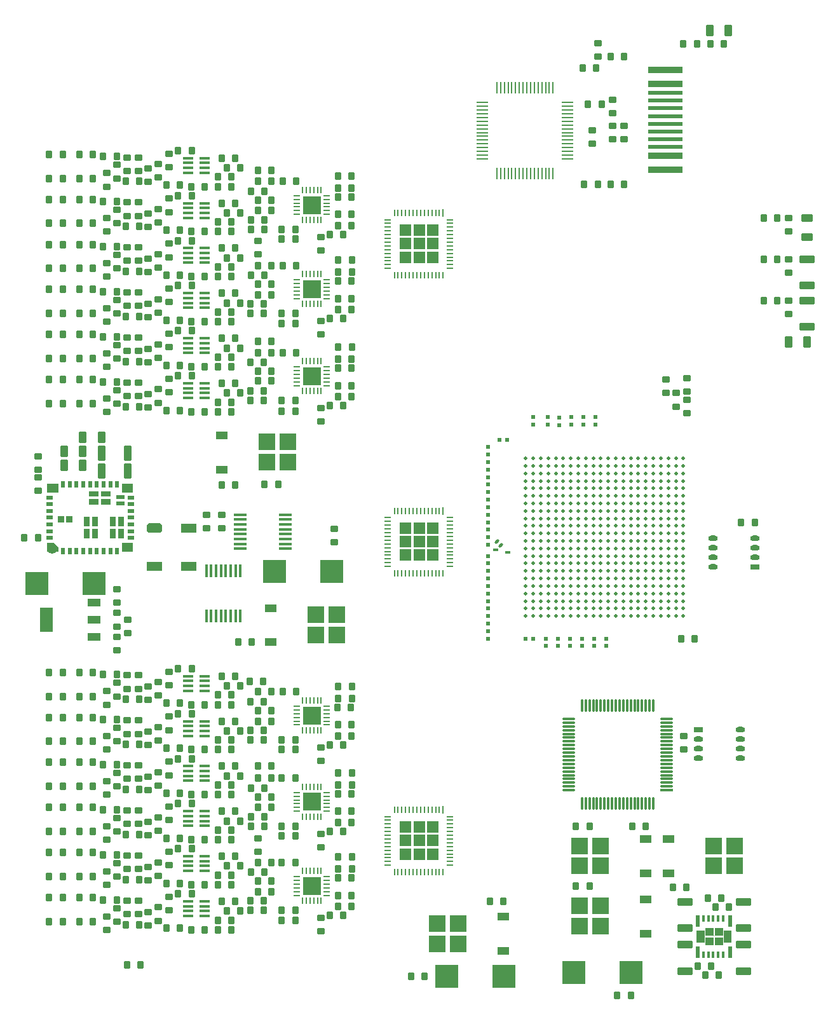
<source format=gtp>
%FSAX43Y43*%
%MOMM*%
G71*
G01*
G75*
G04 Layer_Color=8421504*
%ADD10C,0.200*%
%ADD11C,0.254*%
%ADD12R,1.600X1.000*%
%ADD13R,5.700X5.500*%
%ADD14R,3.050X2.040*%
%ADD15R,1.240X1.400*%
%ADD16R,2.200X3.100*%
%ADD17R,2.250X2.300*%
%ADD18R,0.950X0.600*%
%ADD19R,1.700X1.600*%
%ADD20R,0.600X0.950*%
%ADD21C,1.400*%
G04:AMPARAMS|DCode=22|XSize=0.8mm|YSize=1mm|CornerRadius=0.08mm|HoleSize=0mm|Usage=FLASHONLY|Rotation=0.000|XOffset=0mm|YOffset=0mm|HoleType=Round|Shape=RoundedRectangle|*
%AMROUNDEDRECTD22*
21,1,0.800,0.840,0,0,0.0*
21,1,0.640,1.000,0,0,0.0*
1,1,0.160,0.320,-0.420*
1,1,0.160,-0.320,-0.420*
1,1,0.160,-0.320,0.420*
1,1,0.160,0.320,0.420*
%
%ADD22ROUNDEDRECTD22*%
G04:AMPARAMS|DCode=23|XSize=1mm|YSize=2mm|CornerRadius=0.1mm|HoleSize=0mm|Usage=FLASHONLY|Rotation=0.000|XOffset=0mm|YOffset=0mm|HoleType=Round|Shape=RoundedRectangle|*
%AMROUNDEDRECTD23*
21,1,1.000,1.800,0,0,0.0*
21,1,0.800,2.000,0,0,0.0*
1,1,0.200,0.400,-0.900*
1,1,0.200,-0.400,-0.900*
1,1,0.200,-0.400,0.900*
1,1,0.200,0.400,0.900*
%
%ADD23ROUNDEDRECTD23*%
G04:AMPARAMS|DCode=24|XSize=1mm|YSize=1.5mm|CornerRadius=0.1mm|HoleSize=0mm|Usage=FLASHONLY|Rotation=180.000|XOffset=0mm|YOffset=0mm|HoleType=Round|Shape=RoundedRectangle|*
%AMROUNDEDRECTD24*
21,1,1.000,1.300,0,0,180.0*
21,1,0.800,1.500,0,0,180.0*
1,1,0.200,-0.400,0.650*
1,1,0.200,0.400,0.650*
1,1,0.200,0.400,-0.650*
1,1,0.200,-0.400,-0.650*
%
%ADD24ROUNDEDRECTD24*%
G04:AMPARAMS|DCode=25|XSize=0.8mm|YSize=1mm|CornerRadius=0.08mm|HoleSize=0mm|Usage=FLASHONLY|Rotation=270.000|XOffset=0mm|YOffset=0mm|HoleType=Round|Shape=RoundedRectangle|*
%AMROUNDEDRECTD25*
21,1,0.800,0.840,0,0,270.0*
21,1,0.640,1.000,0,0,270.0*
1,1,0.160,-0.420,-0.320*
1,1,0.160,-0.420,0.320*
1,1,0.160,0.420,0.320*
1,1,0.160,0.420,-0.320*
%
%ADD25ROUNDEDRECTD25*%
%ADD26R,1.400X0.450*%
%ADD27R,1.400X0.450*%
%ADD28R,1.400X0.450*%
%ADD29R,3.048X3.048*%
%ADD30O,0.250X1.600*%
%ADD31O,1.600X0.250*%
%ADD32R,1.600X0.250*%
%ADD33O,1.270X0.762*%
%ADD34R,1.270X0.762*%
%ADD35R,0.500X0.600*%
%ADD36O,0.250X0.900*%
%ADD37O,0.900X0.250*%
%ADD38R,0.900X0.250*%
%ADD39R,2.340X2.340*%
%ADD40R,4.600X0.810*%
%ADD41R,4.600X0.610*%
%ADD42R,0.600X0.500*%
%ADD43C,0.500*%
%ADD44R,1.778X0.381*%
%ADD45O,1.778X0.381*%
%ADD46R,2.108X1.270*%
G04:AMPARAMS|DCode=47|XSize=2.108mm|YSize=1.27mm|CornerRadius=0mm|HoleSize=0mm|Usage=FLASHONLY|Rotation=0.000|XOffset=0mm|YOffset=0mm|HoleType=Round|Shape=Octagon|*
%AMOCTAGOND47*
4,1,8,1.054,-0.318,1.054,0.318,0.737,0.635,-0.737,0.635,-1.054,0.318,-1.054,-0.318,-0.737,-0.635,0.737,-0.635,1.054,-0.318,0.0*
%
%ADD47OCTAGOND47*%

%ADD48R,0.381X1.778*%
%ADD49O,0.381X1.778*%
%ADD50O,1.000X0.250*%
%ADD51O,0.250X1.000*%
%ADD52R,0.250X1.000*%
%ADD53O,0.300X1.800*%
%ADD54O,1.800X0.300*%
%ADD55R,1.800X0.300*%
G04:AMPARAMS|DCode=56|XSize=1mm|YSize=1.5mm|CornerRadius=0.1mm|HoleSize=0mm|Usage=FLASHONLY|Rotation=90.000|XOffset=0mm|YOffset=0mm|HoleType=Round|Shape=RoundedRectangle|*
%AMROUNDEDRECTD56*
21,1,1.000,1.300,0,0,90.0*
21,1,0.800,1.500,0,0,90.0*
1,1,0.200,0.650,0.400*
1,1,0.200,0.650,-0.400*
1,1,0.200,-0.650,-0.400*
1,1,0.200,-0.650,0.400*
%
%ADD56ROUNDEDRECTD56*%
G04:AMPARAMS|DCode=57|XSize=1mm|YSize=2mm|CornerRadius=0.1mm|HoleSize=0mm|Usage=FLASHONLY|Rotation=90.000|XOffset=0mm|YOffset=0mm|HoleType=Round|Shape=RoundedRectangle|*
%AMROUNDEDRECTD57*
21,1,1.000,1.800,0,0,90.0*
21,1,0.800,2.000,0,0,90.0*
1,1,0.200,0.900,0.400*
1,1,0.200,0.900,-0.400*
1,1,0.200,-0.900,-0.400*
1,1,0.200,-0.900,0.400*
%
%ADD57ROUNDEDRECTD57*%
%ADD58R,1.778X1.016*%
%ADD59R,1.778X3.302*%
%ADD60R,0.508X1.600*%
%ADD61R,0.356X0.914*%
%ADD62R,2.540X2.540*%
G04:AMPARAMS|DCode=63|XSize=0.4mm|YSize=0.7mm|CornerRadius=0mm|HoleSize=0mm|Usage=FLASHONLY|Rotation=135.000|XOffset=0mm|YOffset=0mm|HoleType=Round|Shape=Round|*
%AMOVALD63*
21,1,0.300,0.400,0.000,0.000,225.0*
1,1,0.400,0.106,0.106*
1,1,0.400,-0.106,-0.106*
%
%ADD63OVALD63*%

%ADD64O,0.700X0.400*%
%ADD65C,0.175*%
%ADD66C,0.800*%
%ADD67C,0.400*%
%ADD68C,0.500*%
%ADD69C,0.150*%
%ADD70C,0.508*%
%ADD71C,0.600*%
%ADD72C,0.300*%
%ADD73R,1.500X5.900*%
%ADD74R,0.500X3.200*%
%ADD75R,3.800X2.200*%
%ADD76R,3.700X2.200*%
%ADD77R,4.000X3.700*%
%ADD78R,3.500X3.000*%
%ADD79R,3.500X5.300*%
%ADD80R,4.200X3.000*%
%ADD81R,4.000X3.000*%
%ADD82R,1.900X1.900*%
%ADD83R,2.700X6.800*%
%ADD84R,1.500X1.400*%
%ADD85R,1.400X1.400*%
%ADD86R,2.500X2.200*%
%ADD87R,2.300X11.700*%
%ADD88R,1.200X5.400*%
%ADD89R,1.500X2.400*%
%ADD90R,2.700X2.800*%
%ADD91R,6.100X6.100*%
%ADD92R,3.400X2.300*%
%ADD93C,1.690*%
%ADD94C,4.500*%
%ADD95C,3.800*%
%ADD96R,1.600X1.600*%
%ADD97C,1.600*%
%ADD98C,3.000*%
%ADD99C,1.575*%
%ADD100R,1.575X1.575*%
%ADD101C,1.800*%
%ADD102R,1.850X1.850*%
%ADD103C,1.850*%
%ADD104R,1.850X1.850*%
%ADD105C,1.500*%
%ADD106C,0.300*%
%ADD107C,0.700*%
%ADD108C,0.800*%
%ADD109C,1.000*%
%ADD110C,1.200*%
%ADD111C,5.000*%
%ADD112C,0.600*%
%ADD113C,1.016*%
%ADD114C,0.705*%
G04:AMPARAMS|DCode=115|XSize=2.29mm|YSize=2.29mm|CornerRadius=0mm|HoleSize=0mm|Usage=FLASHONLY|Rotation=0.000|XOffset=0mm|YOffset=0mm|HoleType=Round|Shape=Relief|Width=0.175mm|Gap=0.3mm|Entries=4|*
%AMTHD115*
7,0,0,2.290,1.690,0.175,45*
%
%ADD115THD115*%
%ADD116C,1.490*%
G04:AMPARAMS|DCode=117|XSize=4.4mm|YSize=4.4mm|CornerRadius=0mm|HoleSize=0mm|Usage=FLASHONLY|Rotation=0.000|XOffset=0mm|YOffset=0mm|HoleType=Round|Shape=Relief|Width=0.175mm|Gap=0.3mm|Entries=4|*
%AMTHD117*
7,0,0,4.400,3.800,0.175,45*
%
%ADD117THD117*%
G04:AMPARAMS|DCode=118|XSize=4.44mm|YSize=4.44mm|CornerRadius=0mm|HoleSize=0mm|Usage=FLASHONLY|Rotation=0.000|XOffset=0mm|YOffset=0mm|HoleType=Round|Shape=Relief|Width=0.175mm|Gap=0.3mm|Entries=4|*
%AMTHD118*
7,0,0,4.440,3.840,0.175,45*
%
%ADD118THD118*%
G04:AMPARAMS|DCode=119|XSize=3.5mm|YSize=3.5mm|CornerRadius=0mm|HoleSize=0mm|Usage=FLASHONLY|Rotation=0.000|XOffset=0mm|YOffset=0mm|HoleType=Round|Shape=Relief|Width=0.175mm|Gap=0.3mm|Entries=4|*
%AMTHD119*
7,0,0,3.500,2.900,0.175,45*
%
%ADD119THD119*%
%ADD120C,1.320*%
%ADD121C,3.400*%
G04:AMPARAMS|DCode=122|XSize=2.216mm|YSize=2.216mm|CornerRadius=0mm|HoleSize=0mm|Usage=FLASHONLY|Rotation=0.000|XOffset=0mm|YOffset=0mm|HoleType=Round|Shape=Relief|Width=0.175mm|Gap=0.3mm|Entries=4|*
%AMTHD122*
7,0,0,2.216,1.616,0.175,45*
%
%ADD122THD122*%
%ADD123C,1.416*%
G04:AMPARAMS|DCode=124|XSize=2.12mm|YSize=2.12mm|CornerRadius=0mm|HoleSize=0mm|Usage=FLASHONLY|Rotation=0.000|XOffset=0mm|YOffset=0mm|HoleType=Round|Shape=Relief|Width=0.175mm|Gap=0.3mm|Entries=4|*
%AMTHD124*
7,0,0,2.120,1.520,0.175,45*
%
%ADD124THD124*%
G04:AMPARAMS|DCode=125|XSize=2.2mm|YSize=2.2mm|CornerRadius=0mm|HoleSize=0mm|Usage=FLASHONLY|Rotation=0.000|XOffset=0mm|YOffset=0mm|HoleType=Round|Shape=Relief|Width=0.175mm|Gap=0.3mm|Entries=4|*
%AMTHD125*
7,0,0,2.200,1.600,0.175,45*
%
%ADD125THD125*%
G04:AMPARAMS|DCode=126|XSize=2.3mm|YSize=2.3mm|CornerRadius=0mm|HoleSize=0mm|Usage=FLASHONLY|Rotation=0.000|XOffset=0mm|YOffset=0mm|HoleType=Round|Shape=Relief|Width=0.175mm|Gap=0.3mm|Entries=4|*
%AMTHD126*
7,0,0,2.300,1.700,0.175,45*
%
%ADD126THD126*%
%ADD127C,0.520*%
G04:AMPARAMS|DCode=128|XSize=1.6mm|YSize=1.6mm|CornerRadius=0mm|HoleSize=0mm|Usage=FLASHONLY|Rotation=0.000|XOffset=0mm|YOffset=0mm|HoleType=Round|Shape=Relief|Width=0.175mm|Gap=0.3mm|Entries=4|*
%AMTHD128*
7,0,0,1.600,1.000,0.175,45*
%
%ADD128THD128*%
%ADD129C,0.800*%
G04:AMPARAMS|DCode=130|XSize=1.7mm|YSize=1.7mm|CornerRadius=0mm|HoleSize=0mm|Usage=FLASHONLY|Rotation=0.000|XOffset=0mm|YOffset=0mm|HoleType=Round|Shape=Relief|Width=0.175mm|Gap=0.3mm|Entries=4|*
%AMTHD130*
7,0,0,1.700,1.100,0.175,45*
%
%ADD130THD130*%
G04:AMPARAMS|DCode=131|XSize=1.9mm|YSize=1.9mm|CornerRadius=0mm|HoleSize=0mm|Usage=FLASHONLY|Rotation=0.000|XOffset=0mm|YOffset=0mm|HoleType=Round|Shape=Relief|Width=0.175mm|Gap=0.3mm|Entries=4|*
%AMTHD131*
7,0,0,1.900,1.300,0.175,45*
%
%ADD131THD131*%
G04:AMPARAMS|DCode=132|XSize=1.32mm|YSize=1.32mm|CornerRadius=0mm|HoleSize=0mm|Usage=FLASHONLY|Rotation=0.000|XOffset=0mm|YOffset=0mm|HoleType=Round|Shape=Relief|Width=0.175mm|Gap=0.3mm|Entries=4|*
%AMTHD132*
7,0,0,1.320,0.720,0.175,45*
%
%ADD132THD132*%
%ADD133C,0.700*%
%ADD134C,1.100*%
%ADD135C,1.000*%
%ADD136C,0.900*%
G04:AMPARAMS|DCode=137|XSize=1.5mm|YSize=1.5mm|CornerRadius=0mm|HoleSize=0mm|Usage=FLASHONLY|Rotation=0.000|XOffset=0mm|YOffset=0mm|HoleType=Round|Shape=Relief|Width=0.175mm|Gap=0.3mm|Entries=4|*
%AMTHD137*
7,0,0,1.500,0.900,0.175,45*
%
%ADD137THD137*%
G04:AMPARAMS|DCode=138|XSize=2.4mm|YSize=2.4mm|CornerRadius=0mm|HoleSize=0mm|Usage=FLASHONLY|Rotation=0.000|XOffset=0mm|YOffset=0mm|HoleType=Round|Shape=Relief|Width=0.175mm|Gap=0.3mm|Entries=4|*
%AMTHD138*
7,0,0,2.400,1.800,0.175,45*
%
%ADD138THD138*%
%ADD139C,0.120*%
%ADD140C,3.600*%
%ADD141C,3.640*%
%ADD142C,2.700*%
%ADD143R,0.550X1.450*%
%ADD144R,0.550X1.450*%
G04:AMPARAMS|DCode=145|XSize=0.5mm|YSize=0.6mm|CornerRadius=0mm|HoleSize=0mm|Usage=FLASHONLY|Rotation=135.000|XOffset=0mm|YOffset=0mm|HoleType=Round|Shape=Rectangle|*
%AMROTATEDRECTD145*
4,1,4,0.389,0.035,-0.035,-0.389,-0.389,-0.035,0.035,0.389,0.389,0.035,0.0*
%
%ADD145ROTATEDRECTD145*%

G04:AMPARAMS|DCode=146|XSize=0.5mm|YSize=0.6mm|CornerRadius=0mm|HoleSize=0mm|Usage=FLASHONLY|Rotation=225.000|XOffset=0mm|YOffset=0mm|HoleType=Round|Shape=Rectangle|*
%AMROTATEDRECTD146*
4,1,4,-0.035,0.389,0.389,-0.035,0.035,-0.389,-0.389,0.035,-0.035,0.389,0.0*
%
%ADD146ROTATEDRECTD146*%

%ADD147C,0.350*%
%ADD148R,1.450X0.550*%
%ADD149R,1.450X0.550*%
%ADD150R,3.048X3.048*%
%ADD151R,3.100X2.500*%
%ADD152C,0.250*%
%ADD153C,0.127*%
%ADD154C,0.203*%
%ADD155C,0.100*%
%ADD156C,0.305*%
%ADD157C,0.152*%
%ADD158C,0.102*%
%ADD159R,2.200X2.200*%
%ADD160R,0.900X0.550*%
%ADD161R,0.550X0.900*%
%ADD162R,0.025X0.025*%
G36*
X0073510Y0122870D02*
X0072710D01*
Y0124150D01*
X0073510D01*
Y0122870D01*
D02*
G37*
G36*
X0072410D02*
X0071610D01*
Y0124150D01*
X0072410D01*
Y0122870D01*
D02*
G37*
G36*
X0078150Y0121035D02*
X0076678D01*
Y0122275D01*
X0078150D01*
Y0121035D01*
D02*
G37*
G36*
X0072410Y0124450D02*
X0071610D01*
Y0125730D01*
X0072410D01*
Y0124450D01*
D02*
G37*
G36*
X0076990Y0122870D02*
X0076190D01*
Y0124150D01*
X0076990D01*
Y0122870D01*
D02*
G37*
G36*
X0075890D02*
X0075090D01*
Y0124150D01*
X0075890D01*
Y0122870D01*
D02*
G37*
G36*
X0068222Y0121685D02*
Y0121035D01*
X0066750D01*
Y0122275D01*
X0067632D01*
X0068222Y0121685D01*
D02*
G37*
G36*
X0154330Y0069025D02*
X0153289D01*
Y0070575D01*
X0154330D01*
Y0069025D01*
D02*
G37*
G36*
X0156770Y0068630D02*
X0155700D01*
Y0069700D01*
X0156770D01*
Y0068630D01*
D02*
G37*
G36*
X0155500D02*
X0154430D01*
Y0069700D01*
X0155500D01*
Y0068630D01*
D02*
G37*
G36*
X0156770Y0069900D02*
X0155700D01*
Y0070970D01*
X0156770D01*
Y0069900D01*
D02*
G37*
G36*
X0155500D02*
X0154430D01*
Y0070970D01*
X0155500D01*
Y0069900D01*
D02*
G37*
G36*
X0157911Y0069025D02*
X0156870D01*
Y0070575D01*
X0157911D01*
Y0069025D01*
D02*
G37*
G36*
X0073620Y0128400D02*
X0072340D01*
Y0129130D01*
X0073620D01*
Y0128400D01*
D02*
G37*
G36*
X0077030Y0128080D02*
X0075990D01*
Y0128580D01*
X0077030D01*
Y0128080D01*
D02*
G37*
G36*
X0075200Y0127370D02*
X0073920D01*
Y0128100D01*
X0075200D01*
Y0127370D01*
D02*
G37*
G36*
X0078150Y0128925D02*
X0076678D01*
Y0130165D01*
X0078150D01*
Y0128925D01*
D02*
G37*
G36*
X0068222D02*
X0066750D01*
Y0130165D01*
X0068222D01*
Y0128925D01*
D02*
G37*
G36*
X0075200Y0128400D02*
X0073920D01*
Y0129130D01*
X0075200D01*
Y0128400D01*
D02*
G37*
G36*
X0073620Y0127370D02*
X0072340D01*
Y0128100D01*
X0073620D01*
Y0127370D01*
D02*
G37*
G36*
X0076990Y0124450D02*
X0076190D01*
Y0125730D01*
X0076990D01*
Y0124450D01*
D02*
G37*
G36*
X0075890D02*
X0075090D01*
Y0125730D01*
X0075890D01*
Y0124450D01*
D02*
G37*
G36*
X0073510D02*
X0072710D01*
Y0125730D01*
X0073510D01*
Y0124450D01*
D02*
G37*
G36*
X0077030Y0127280D02*
X0075990D01*
Y0127780D01*
X0077030D01*
Y0127280D01*
D02*
G37*
G36*
X0070150Y0124955D02*
X0069300D01*
Y0125805D01*
X0070150D01*
Y0124955D01*
D02*
G37*
G36*
X0069000D02*
X0068150D01*
Y0125805D01*
X0069000D01*
Y0124955D01*
D02*
G37*
G54D12*
X0096500Y0113570D02*
D03*
Y0109000D02*
D03*
X0127500Y0067930D02*
D03*
X0127500Y0072500D02*
D03*
X0149500Y0082800D02*
D03*
Y0078230D02*
D03*
X0090000Y0136570D02*
D03*
Y0132000D02*
D03*
X0146500Y0070215D02*
D03*
Y0074785D02*
D03*
Y0078215D02*
D03*
Y0082785D02*
D03*
G54D21*
X0067400Y0121500D02*
D03*
G54D22*
X0063700Y0122900D02*
D03*
X0065500D02*
D03*
X0154400Y0064700D02*
D03*
X0156200D02*
D03*
X0153400Y0065900D02*
D03*
X0155200D02*
D03*
X0141800Y0170000D02*
D03*
X0143600D02*
D03*
X0098000Y0073300D02*
D03*
X0099800D02*
D03*
X0096600Y0075800D02*
D03*
X0094800D02*
D03*
X0094800Y0077200D02*
D03*
X0096600D02*
D03*
X0099800Y0079700D02*
D03*
X0098000D02*
D03*
X0098000Y0084500D02*
D03*
X0099800D02*
D03*
X0096600Y0087000D02*
D03*
X0094800D02*
D03*
X0094800Y0088400D02*
D03*
X0096600D02*
D03*
X0099800Y0090900D02*
D03*
X0098000D02*
D03*
X0099800Y0072000D02*
D03*
X0098000D02*
D03*
X0093800Y0074600D02*
D03*
X0095600D02*
D03*
X0093900Y0078400D02*
D03*
X0095700D02*
D03*
X0094800Y0079700D02*
D03*
X0096600D02*
D03*
X0099800Y0083200D02*
D03*
X0098000D02*
D03*
X0093900Y0085800D02*
D03*
X0095700D02*
D03*
X0093900Y0089600D02*
D03*
X0095700D02*
D03*
X0094800Y0090900D02*
D03*
X0096600D02*
D03*
X0095600Y0073300D02*
D03*
X0093800D02*
D03*
X0095700Y0084500D02*
D03*
X0093900D02*
D03*
X0096600Y0092500D02*
D03*
X0094800D02*
D03*
X0098000Y0096000D02*
D03*
X0099800D02*
D03*
X0096600Y0098500D02*
D03*
X0094800D02*
D03*
X0094800Y0099900D02*
D03*
X0096600D02*
D03*
X0099900Y0102400D02*
D03*
X0098100D02*
D03*
X0098000Y0141200D02*
D03*
X0099800D02*
D03*
X0096600Y0143800D02*
D03*
X0094800D02*
D03*
X0094800Y0145100D02*
D03*
X0096600D02*
D03*
X0099900Y0147600D02*
D03*
X0098100D02*
D03*
X0099800Y0094700D02*
D03*
X0098000D02*
D03*
X0093800Y0097300D02*
D03*
X0095600D02*
D03*
X0093800Y0101100D02*
D03*
X0095600D02*
D03*
X0094800Y0102400D02*
D03*
X0096600D02*
D03*
X0099800Y0139800D02*
D03*
X0098000D02*
D03*
X0093800Y0142500D02*
D03*
X0095600D02*
D03*
X0093800Y0146300D02*
D03*
X0095600D02*
D03*
X0094800Y0147600D02*
D03*
X0096600D02*
D03*
X0095600Y0096000D02*
D03*
X0093800D02*
D03*
X0095500Y0103800D02*
D03*
X0093700D02*
D03*
X0095600Y0141200D02*
D03*
X0093800D02*
D03*
X0096600Y0149100D02*
D03*
X0094800D02*
D03*
X0090700Y0073200D02*
D03*
X0092500D02*
D03*
X0091300Y0072000D02*
D03*
X0089500D02*
D03*
X0085900Y0070700D02*
D03*
X0087700D02*
D03*
X0076000Y0074700D02*
D03*
X0074200D02*
D03*
X0072800Y0075000D02*
D03*
X0071000D02*
D03*
X0072800Y0071800D02*
D03*
X0071000D02*
D03*
X0090700Y0079200D02*
D03*
X0092500D02*
D03*
X0091300Y0078000D02*
D03*
X0089500D02*
D03*
X0085900Y0076700D02*
D03*
X0087700D02*
D03*
X0076000Y0080700D02*
D03*
X0074200D02*
D03*
X0072800Y0081000D02*
D03*
X0071000D02*
D03*
X0072800Y0077800D02*
D03*
X0071000D02*
D03*
X0090700Y0085200D02*
D03*
X0092500D02*
D03*
X0091300Y0084000D02*
D03*
X0089500D02*
D03*
X0085900Y0082700D02*
D03*
X0087700D02*
D03*
X0076000Y0086700D02*
D03*
X0074200D02*
D03*
X0072800Y0087000D02*
D03*
X0071000D02*
D03*
X0072800Y0083800D02*
D03*
X0071000D02*
D03*
X0090700Y0091200D02*
D03*
X0092500D02*
D03*
X0091300Y0090000D02*
D03*
X0089500D02*
D03*
X0085900Y0088700D02*
D03*
X0087700D02*
D03*
X0076000Y0092700D02*
D03*
X0074200D02*
D03*
X0072800Y0093000D02*
D03*
X0071000D02*
D03*
X0072800Y0089800D02*
D03*
X0071000D02*
D03*
X0090700Y0097200D02*
D03*
X0092500D02*
D03*
X0091300Y0096000D02*
D03*
X0089500D02*
D03*
X0085900Y0094700D02*
D03*
X0087700D02*
D03*
X0076000Y0098700D02*
D03*
X0074200D02*
D03*
X0072800Y0099000D02*
D03*
X0071000D02*
D03*
X0072800Y0095800D02*
D03*
X0071000D02*
D03*
X0090700Y0103200D02*
D03*
X0092500D02*
D03*
X0091300Y0102000D02*
D03*
X0089500D02*
D03*
X0085900Y0100700D02*
D03*
X0087700D02*
D03*
X0076000Y0104700D02*
D03*
X0074200D02*
D03*
X0072800Y0105000D02*
D03*
X0071000D02*
D03*
X0072800Y0101800D02*
D03*
X0071000D02*
D03*
X0090700Y0142200D02*
D03*
X0092500D02*
D03*
X0091300Y0141000D02*
D03*
X0089500D02*
D03*
X0085900Y0139700D02*
D03*
X0087700D02*
D03*
X0076000Y0143700D02*
D03*
X0074200D02*
D03*
X0072800Y0144000D02*
D03*
X0071000D02*
D03*
X0072800Y0140800D02*
D03*
X0071000D02*
D03*
X0090700Y0148200D02*
D03*
X0092500D02*
D03*
X0091300Y0147000D02*
D03*
X0089500D02*
D03*
X0085900Y0145700D02*
D03*
X0087700D02*
D03*
X0076000Y0149700D02*
D03*
X0074200D02*
D03*
X0072800Y0150000D02*
D03*
X0071000D02*
D03*
X0072800Y0146800D02*
D03*
X0071000D02*
D03*
X0090700Y0154200D02*
D03*
X0092500D02*
D03*
X0091300Y0153000D02*
D03*
X0089500D02*
D03*
X0085900Y0151700D02*
D03*
X0087700D02*
D03*
X0076000Y0155700D02*
D03*
X0074200D02*
D03*
X0072800Y0156000D02*
D03*
X0071000D02*
D03*
X0072800Y0152800D02*
D03*
X0071000D02*
D03*
X0090700Y0160200D02*
D03*
X0092500D02*
D03*
X0091300Y0159000D02*
D03*
X0089500D02*
D03*
X0085900Y0157700D02*
D03*
X0087700D02*
D03*
X0076000Y0161700D02*
D03*
X0074200D02*
D03*
X0072800Y0162000D02*
D03*
X0071000D02*
D03*
X0072800Y0158800D02*
D03*
X0071000D02*
D03*
X0090700Y0166200D02*
D03*
X0092500D02*
D03*
X0091300Y0165000D02*
D03*
X0089500D02*
D03*
X0085900Y0163700D02*
D03*
X0087700D02*
D03*
X0076000Y0167700D02*
D03*
X0074200D02*
D03*
X0072800Y0168000D02*
D03*
X0071000D02*
D03*
X0072800Y0164800D02*
D03*
X0071000D02*
D03*
X0091800Y0074500D02*
D03*
X0090000D02*
D03*
X0082600Y0070900D02*
D03*
X0084400D02*
D03*
X0089500Y0070700D02*
D03*
X0091300D02*
D03*
X0084200Y0075500D02*
D03*
X0086000D02*
D03*
X0079000Y0071400D02*
D03*
X0077200D02*
D03*
X0068800Y0075000D02*
D03*
X0067000D02*
D03*
X0068800Y0071800D02*
D03*
X0067000D02*
D03*
X0091800Y0080500D02*
D03*
X0090000D02*
D03*
X0082600Y0076900D02*
D03*
X0084400D02*
D03*
X0089500Y0076700D02*
D03*
X0091300D02*
D03*
X0084200Y0081500D02*
D03*
X0086000D02*
D03*
X0079000Y0077400D02*
D03*
X0077200D02*
D03*
X0068800Y0081000D02*
D03*
X0067000D02*
D03*
X0068800Y0077800D02*
D03*
X0067000D02*
D03*
X0091800Y0086500D02*
D03*
X0090000D02*
D03*
X0082600Y0082900D02*
D03*
X0084400D02*
D03*
X0089500Y0082700D02*
D03*
X0091300D02*
D03*
X0084200Y0087500D02*
D03*
X0086000D02*
D03*
X0079000Y0083400D02*
D03*
X0077200D02*
D03*
X0068800Y0087000D02*
D03*
X0067000D02*
D03*
X0068800Y0083800D02*
D03*
X0067000D02*
D03*
X0091800Y0092500D02*
D03*
X0090000D02*
D03*
X0082600Y0088900D02*
D03*
X0084400D02*
D03*
X0089500Y0088700D02*
D03*
X0091300D02*
D03*
X0084200Y0093500D02*
D03*
X0086000D02*
D03*
X0079000Y0089400D02*
D03*
X0077200D02*
D03*
X0068800Y0093000D02*
D03*
X0067000D02*
D03*
X0068800Y0089800D02*
D03*
X0067000D02*
D03*
X0091800Y0098500D02*
D03*
X0090000D02*
D03*
X0082600Y0094900D02*
D03*
X0084400D02*
D03*
X0089500Y0094700D02*
D03*
X0091300D02*
D03*
X0084200Y0099500D02*
D03*
X0086000D02*
D03*
X0079000Y0095400D02*
D03*
X0077200D02*
D03*
X0068800Y0099000D02*
D03*
X0067000D02*
D03*
X0068800Y0095800D02*
D03*
X0067000D02*
D03*
X0091800Y0104500D02*
D03*
X0090000D02*
D03*
X0082600Y0100900D02*
D03*
X0084400D02*
D03*
X0089500Y0100700D02*
D03*
X0091300D02*
D03*
X0084200Y0105500D02*
D03*
X0086000D02*
D03*
X0079000Y0101400D02*
D03*
X0077200D02*
D03*
X0068800Y0105000D02*
D03*
X0067000D02*
D03*
X0068800Y0101800D02*
D03*
X0067000D02*
D03*
X0091800Y0143500D02*
D03*
X0090000D02*
D03*
X0082600Y0139900D02*
D03*
X0084400D02*
D03*
X0089500Y0139700D02*
D03*
X0091300D02*
D03*
X0084200Y0144500D02*
D03*
X0086000D02*
D03*
X0079000Y0140400D02*
D03*
X0077200D02*
D03*
X0068800Y0144000D02*
D03*
X0067000D02*
D03*
X0068800Y0140800D02*
D03*
X0067000D02*
D03*
X0091800Y0149500D02*
D03*
X0090000D02*
D03*
X0082600Y0145900D02*
D03*
X0084400D02*
D03*
X0089500Y0145700D02*
D03*
X0091300D02*
D03*
X0084200Y0150500D02*
D03*
X0086000D02*
D03*
X0079000Y0146400D02*
D03*
X0077200D02*
D03*
X0068800Y0150000D02*
D03*
X0067000D02*
D03*
X0068800Y0146800D02*
D03*
X0067000D02*
D03*
X0091800Y0155500D02*
D03*
X0090000D02*
D03*
X0082600Y0151900D02*
D03*
X0084400D02*
D03*
X0089500Y0151700D02*
D03*
X0091300D02*
D03*
X0084200Y0156500D02*
D03*
X0086000D02*
D03*
X0079000Y0152400D02*
D03*
X0077200D02*
D03*
X0068800Y0156000D02*
D03*
X0067000D02*
D03*
X0068800Y0152800D02*
D03*
X0067000D02*
D03*
X0091800Y0161500D02*
D03*
X0090000D02*
D03*
X0082600Y0157900D02*
D03*
X0084400D02*
D03*
X0089500Y0157700D02*
D03*
X0091300D02*
D03*
X0084200Y0162500D02*
D03*
X0086000D02*
D03*
X0079000Y0158400D02*
D03*
X0077200D02*
D03*
X0068800Y0162000D02*
D03*
X0067000D02*
D03*
X0068800Y0158800D02*
D03*
X0067000D02*
D03*
X0091800Y0167500D02*
D03*
X0090000D02*
D03*
X0082600Y0163900D02*
D03*
X0084400D02*
D03*
X0089500Y0163700D02*
D03*
X0091300D02*
D03*
X0084200Y0168500D02*
D03*
X0086000D02*
D03*
X0079000Y0164400D02*
D03*
X0077200D02*
D03*
X0068800Y0168000D02*
D03*
X0067000D02*
D03*
X0068800Y0164800D02*
D03*
X0067000D02*
D03*
X0156540Y0074900D02*
D03*
X0154740D02*
D03*
X0157600Y0073700D02*
D03*
X0155800D02*
D03*
X0098000Y0152800D02*
D03*
X0099800D02*
D03*
X0096600Y0155300D02*
D03*
X0094800D02*
D03*
Y0156700D02*
D03*
X0096600D02*
D03*
X0099900Y0159200D02*
D03*
X0098100D02*
D03*
X0098000Y0164000D02*
D03*
X0099800D02*
D03*
X0096600Y0166500D02*
D03*
X0094800D02*
D03*
Y0167900D02*
D03*
X0096600D02*
D03*
X0099900Y0170400D02*
D03*
X0098100D02*
D03*
X0099800Y0151500D02*
D03*
X0098000D02*
D03*
X0093800Y0154100D02*
D03*
X0095600D02*
D03*
X0093900Y0157900D02*
D03*
X0095700D02*
D03*
X0094800Y0159200D02*
D03*
X0096600D02*
D03*
X0099800Y0162700D02*
D03*
X0098000D02*
D03*
X0093900Y0165300D02*
D03*
X0095700D02*
D03*
X0093900Y0169100D02*
D03*
X0095700D02*
D03*
X0094800Y0170400D02*
D03*
X0096600D02*
D03*
X0095600Y0152800D02*
D03*
X0093800D02*
D03*
X0095700Y0164000D02*
D03*
X0093900D02*
D03*
X0096600Y0171900D02*
D03*
X0094800D02*
D03*
X0090700Y0172200D02*
D03*
X0092500D02*
D03*
X0091300Y0171000D02*
D03*
X0089500D02*
D03*
X0085900Y0169700D02*
D03*
X0087700D02*
D03*
X0076000Y0173700D02*
D03*
X0074200D02*
D03*
X0072800Y0174000D02*
D03*
X0071000D02*
D03*
X0072800Y0170800D02*
D03*
X0071000D02*
D03*
X0091800Y0173500D02*
D03*
X0090000D02*
D03*
X0082600Y0169900D02*
D03*
X0084400D02*
D03*
X0089500Y0169700D02*
D03*
X0091300D02*
D03*
X0084200Y0174500D02*
D03*
X0086000D02*
D03*
X0079000Y0170400D02*
D03*
X0077200D02*
D03*
X0068800Y0174000D02*
D03*
X0067000D02*
D03*
X0068800Y0170800D02*
D03*
X0067000D02*
D03*
X0094000Y0109000D02*
D03*
X0092200D02*
D03*
X0105500Y0073800D02*
D03*
X0107300D02*
D03*
X0105500Y0096500D02*
D03*
X0107300D02*
D03*
X0105500Y0153300D02*
D03*
X0107300D02*
D03*
X0105500Y0075300D02*
D03*
X0107300D02*
D03*
X0105500Y0098000D02*
D03*
X0107300D02*
D03*
X0105500Y0154800D02*
D03*
X0107300D02*
D03*
X0105532Y0078800D02*
D03*
X0107332D02*
D03*
X0105532Y0101500D02*
D03*
X0107332D02*
D03*
X0105532Y0158300D02*
D03*
X0107332D02*
D03*
X0105532Y0080400D02*
D03*
X0107332D02*
D03*
X0105532Y0103100D02*
D03*
X0107332D02*
D03*
X0105532Y0159900D02*
D03*
X0107332D02*
D03*
X0105500Y0085000D02*
D03*
X0107300D02*
D03*
X0105500Y0141700D02*
D03*
X0107300D02*
D03*
X0105500Y0164500D02*
D03*
X0107300D02*
D03*
X0105500Y0086500D02*
D03*
X0107300D02*
D03*
X0105500Y0143200D02*
D03*
X0107300D02*
D03*
X0105500Y0166000D02*
D03*
X0107300D02*
D03*
X0105532Y0090000D02*
D03*
X0107332D02*
D03*
X0105500Y0146700D02*
D03*
X0107300D02*
D03*
X0105500Y0169500D02*
D03*
X0107300D02*
D03*
X0105532Y0091600D02*
D03*
X0107332D02*
D03*
X0105532Y0148300D02*
D03*
X0107332D02*
D03*
X0105500Y0171100D02*
D03*
X0107300D02*
D03*
X0143600Y0187000D02*
D03*
X0141800D02*
D03*
X0155100Y0188700D02*
D03*
X0156900D02*
D03*
X0138300Y0170000D02*
D03*
X0140100D02*
D03*
X0151500Y0188700D02*
D03*
X0153300D02*
D03*
X0138100Y0185500D02*
D03*
X0139900D02*
D03*
X0153000Y0109500D02*
D03*
X0151200D02*
D03*
X0139000Y0084500D02*
D03*
X0137200D02*
D03*
X0139000Y0076500D02*
D03*
X0137200D02*
D03*
X0097500Y0130000D02*
D03*
X0095700D02*
D03*
X0117000Y0064500D02*
D03*
X0115200D02*
D03*
X0144500Y0062000D02*
D03*
X0142700D02*
D03*
X0146500Y0084500D02*
D03*
X0144700D02*
D03*
X0127500Y0074500D02*
D03*
X0125700D02*
D03*
X0090000Y0129985D02*
D03*
X0091800D02*
D03*
X0150100Y0076400D02*
D03*
X0151900D02*
D03*
X0077400Y0066000D02*
D03*
X0079200D02*
D03*
X0162200Y0154500D02*
D03*
X0164000D02*
D03*
X0162200Y0165500D02*
D03*
X0164000D02*
D03*
X0162200Y0160000D02*
D03*
X0164000D02*
D03*
X0140600Y0180700D02*
D03*
X0138800D02*
D03*
X0161000Y0125000D02*
D03*
X0159200D02*
D03*
X0105500Y0168300D02*
D03*
X0107300D02*
D03*
X0105500Y0145500D02*
D03*
X0107300D02*
D03*
X0105500Y0088800D02*
D03*
X0107300D02*
D03*
X0104400Y0163300D02*
D03*
X0106200D02*
D03*
X0104400Y0140500D02*
D03*
X0106200D02*
D03*
X0104400Y0083800D02*
D03*
X0106200D02*
D03*
X0105500Y0157100D02*
D03*
X0107300D02*
D03*
X0105400Y0100300D02*
D03*
X0107200D02*
D03*
X0105500Y0077600D02*
D03*
X0107300D02*
D03*
X0104400Y0152100D02*
D03*
X0106200D02*
D03*
X0104400Y0095300D02*
D03*
X0106200D02*
D03*
X0104400Y0072600D02*
D03*
X0106200D02*
D03*
G54D23*
X0077500Y0134200D02*
D03*
X0074000D02*
D03*
X0077500Y0131800D02*
D03*
X0074000D02*
D03*
G54D24*
X0074000Y0136300D02*
D03*
X0071500D02*
D03*
X0165500Y0149000D02*
D03*
X0168000D02*
D03*
X0155000Y0190500D02*
D03*
X0157500D02*
D03*
X0071500Y0134400D02*
D03*
X0069000D02*
D03*
X0071500Y0132600D02*
D03*
X0069000D02*
D03*
G54D25*
X0103200Y0151800D02*
D03*
Y0150000D02*
D03*
X0094800Y0082900D02*
D03*
Y0081100D02*
D03*
X0083000Y0075100D02*
D03*
Y0073300D02*
D03*
X0081500Y0071900D02*
D03*
Y0073700D02*
D03*
X0078900Y0072800D02*
D03*
Y0074600D02*
D03*
X0077400Y0072800D02*
D03*
Y0074600D02*
D03*
X0074700Y0070700D02*
D03*
Y0072500D02*
D03*
X0083000Y0081100D02*
D03*
Y0079300D02*
D03*
X0081500Y0077900D02*
D03*
Y0079700D02*
D03*
X0078900Y0078800D02*
D03*
Y0080600D02*
D03*
X0077400Y0078800D02*
D03*
Y0080600D02*
D03*
X0074700Y0076700D02*
D03*
Y0078500D02*
D03*
X0083000Y0087100D02*
D03*
Y0085300D02*
D03*
X0081500Y0083900D02*
D03*
Y0085700D02*
D03*
X0078900Y0084800D02*
D03*
Y0086600D02*
D03*
X0077400Y0084800D02*
D03*
Y0086600D02*
D03*
X0074700Y0082700D02*
D03*
Y0084500D02*
D03*
X0083000Y0093100D02*
D03*
Y0091300D02*
D03*
X0081500Y0089900D02*
D03*
Y0091700D02*
D03*
X0078900Y0090800D02*
D03*
Y0092600D02*
D03*
X0077400Y0090800D02*
D03*
Y0092600D02*
D03*
X0074700Y0088700D02*
D03*
Y0090500D02*
D03*
X0083000Y0099100D02*
D03*
Y0097300D02*
D03*
X0081500Y0095900D02*
D03*
Y0097700D02*
D03*
X0078900Y0096800D02*
D03*
Y0098600D02*
D03*
X0077400Y0096800D02*
D03*
Y0098600D02*
D03*
X0074700Y0094700D02*
D03*
Y0096500D02*
D03*
X0083000Y0105100D02*
D03*
Y0103300D02*
D03*
X0081500Y0101900D02*
D03*
Y0103700D02*
D03*
X0078900Y0102800D02*
D03*
Y0104600D02*
D03*
X0077400Y0102800D02*
D03*
Y0104600D02*
D03*
X0074700Y0100700D02*
D03*
Y0102500D02*
D03*
X0083000Y0144100D02*
D03*
Y0142300D02*
D03*
X0081500Y0140900D02*
D03*
Y0142700D02*
D03*
X0078900Y0141800D02*
D03*
Y0143600D02*
D03*
X0077400Y0141800D02*
D03*
Y0143600D02*
D03*
X0074700Y0139700D02*
D03*
Y0141500D02*
D03*
X0083000Y0150100D02*
D03*
Y0148300D02*
D03*
X0081500Y0146900D02*
D03*
Y0148700D02*
D03*
X0078900Y0147800D02*
D03*
Y0149600D02*
D03*
X0077400Y0147800D02*
D03*
Y0149600D02*
D03*
X0074700Y0145700D02*
D03*
Y0147500D02*
D03*
X0083000Y0156100D02*
D03*
Y0154300D02*
D03*
X0081500Y0152900D02*
D03*
Y0154700D02*
D03*
X0078900Y0153800D02*
D03*
Y0155600D02*
D03*
X0077400Y0153800D02*
D03*
Y0155600D02*
D03*
X0074700Y0151700D02*
D03*
Y0153500D02*
D03*
X0083000Y0162100D02*
D03*
Y0160300D02*
D03*
X0081500Y0158900D02*
D03*
Y0160700D02*
D03*
X0078900Y0159800D02*
D03*
Y0161600D02*
D03*
X0077400Y0159800D02*
D03*
Y0161600D02*
D03*
X0074700Y0157700D02*
D03*
Y0159500D02*
D03*
X0083000Y0168100D02*
D03*
Y0166300D02*
D03*
X0081500Y0164900D02*
D03*
Y0166700D02*
D03*
X0078900Y0165800D02*
D03*
Y0167600D02*
D03*
X0077400Y0165800D02*
D03*
Y0167600D02*
D03*
X0074700Y0163700D02*
D03*
Y0165500D02*
D03*
X0076000Y0111100D02*
D03*
Y0112900D02*
D03*
X0080200Y0071300D02*
D03*
Y0073100D02*
D03*
X0076000Y0073600D02*
D03*
Y0071800D02*
D03*
X0080200Y0077300D02*
D03*
Y0079100D02*
D03*
X0076000Y0079600D02*
D03*
Y0077800D02*
D03*
X0080200Y0083300D02*
D03*
Y0085100D02*
D03*
X0076000Y0085600D02*
D03*
Y0083800D02*
D03*
X0080200Y0089300D02*
D03*
Y0091100D02*
D03*
X0076000Y0091600D02*
D03*
Y0089800D02*
D03*
X0080200Y0095300D02*
D03*
Y0097100D02*
D03*
X0076000Y0097600D02*
D03*
Y0095800D02*
D03*
X0080200Y0101300D02*
D03*
Y0103100D02*
D03*
X0076000Y0103600D02*
D03*
Y0101800D02*
D03*
X0080200Y0140300D02*
D03*
Y0142100D02*
D03*
X0076000Y0142600D02*
D03*
Y0140800D02*
D03*
X0080200Y0146300D02*
D03*
Y0148100D02*
D03*
X0076000Y0148600D02*
D03*
Y0146800D02*
D03*
X0080200Y0152300D02*
D03*
Y0154100D02*
D03*
X0076000Y0154600D02*
D03*
Y0152800D02*
D03*
X0080200Y0158300D02*
D03*
Y0160100D02*
D03*
X0076000Y0160600D02*
D03*
Y0158800D02*
D03*
X0080200Y0164300D02*
D03*
Y0166100D02*
D03*
X0076000Y0166600D02*
D03*
Y0164800D02*
D03*
X0065500Y0131000D02*
D03*
Y0129200D02*
D03*
X0065500Y0133800D02*
D03*
Y0132000D02*
D03*
X0076000Y0107900D02*
D03*
Y0109700D02*
D03*
X0094800Y0162500D02*
D03*
Y0160700D02*
D03*
X0083000Y0174100D02*
D03*
Y0172300D02*
D03*
X0081500Y0170900D02*
D03*
Y0172700D02*
D03*
X0078900Y0171800D02*
D03*
Y0173600D02*
D03*
X0077400Y0171800D02*
D03*
Y0173600D02*
D03*
X0074700Y0169700D02*
D03*
Y0171500D02*
D03*
X0080200Y0170300D02*
D03*
Y0172100D02*
D03*
X0076000Y0172600D02*
D03*
Y0170800D02*
D03*
X0149200Y0142200D02*
D03*
Y0144000D02*
D03*
X0152000Y0144200D02*
D03*
Y0142400D02*
D03*
X0150500Y0140400D02*
D03*
Y0142200D02*
D03*
X0105000Y0122300D02*
D03*
Y0124100D02*
D03*
X0152000Y0141300D02*
D03*
Y0139500D02*
D03*
X0165500Y0152700D02*
D03*
Y0154500D02*
D03*
Y0163700D02*
D03*
Y0165500D02*
D03*
Y0158200D02*
D03*
Y0160000D02*
D03*
X0151600Y0096500D02*
D03*
Y0094700D02*
D03*
X0140100Y0188800D02*
D03*
Y0187000D02*
D03*
X0142100Y0181300D02*
D03*
Y0179500D02*
D03*
Y0177800D02*
D03*
Y0176000D02*
D03*
X0076000Y0114300D02*
D03*
Y0116100D02*
D03*
X0077500Y0112000D02*
D03*
Y0110200D02*
D03*
X0090000Y0126000D02*
D03*
Y0124200D02*
D03*
X0088000Y0126000D02*
D03*
Y0124200D02*
D03*
X0139400Y0177200D02*
D03*
Y0175400D02*
D03*
X0143600Y0177800D02*
D03*
Y0176000D02*
D03*
X0103200Y0138400D02*
D03*
Y0140200D02*
D03*
Y0081700D02*
D03*
Y0083500D02*
D03*
X0103200Y0070500D02*
D03*
Y0072300D02*
D03*
X0103200Y0161200D02*
D03*
Y0163000D02*
D03*
X0103200Y0093200D02*
D03*
Y0095000D02*
D03*
G54D26*
X0085500Y0074500D02*
D03*
Y0080500D02*
D03*
Y0086500D02*
D03*
Y0092500D02*
D03*
X0085500Y0098500D02*
D03*
Y0104500D02*
D03*
X0085500Y0143500D02*
D03*
Y0149500D02*
D03*
Y0155500D02*
D03*
Y0161500D02*
D03*
Y0167500D02*
D03*
X0085500Y0173500D02*
D03*
G54D27*
Y0073850D02*
D03*
Y0073200D02*
D03*
Y0072550D02*
D03*
Y0079850D02*
D03*
Y0079200D02*
D03*
Y0078550D02*
D03*
Y0085850D02*
D03*
Y0085200D02*
D03*
Y0084550D02*
D03*
Y0091850D02*
D03*
Y0091200D02*
D03*
Y0090550D02*
D03*
X0085500Y0097850D02*
D03*
Y0097200D02*
D03*
Y0096550D02*
D03*
Y0103850D02*
D03*
Y0103200D02*
D03*
Y0102550D02*
D03*
X0085500Y0142850D02*
D03*
Y0142200D02*
D03*
X0085500Y0141550D02*
D03*
X0085500Y0148850D02*
D03*
Y0148200D02*
D03*
Y0147550D02*
D03*
Y0154850D02*
D03*
Y0154200D02*
D03*
Y0153550D02*
D03*
Y0160850D02*
D03*
Y0160200D02*
D03*
Y0159550D02*
D03*
Y0166850D02*
D03*
Y0166200D02*
D03*
Y0165550D02*
D03*
X0085500Y0172850D02*
D03*
Y0172200D02*
D03*
Y0171550D02*
D03*
G54D28*
X0087700Y0074500D02*
D03*
Y0073850D02*
D03*
Y0073200D02*
D03*
Y0072550D02*
D03*
Y0080500D02*
D03*
Y0079850D02*
D03*
Y0079200D02*
D03*
Y0078550D02*
D03*
Y0086500D02*
D03*
Y0085850D02*
D03*
Y0085200D02*
D03*
Y0084550D02*
D03*
Y0092500D02*
D03*
Y0091850D02*
D03*
Y0091200D02*
D03*
Y0090550D02*
D03*
X0087700Y0098500D02*
D03*
Y0097850D02*
D03*
Y0097200D02*
D03*
Y0096550D02*
D03*
Y0104500D02*
D03*
Y0103850D02*
D03*
Y0103200D02*
D03*
Y0102550D02*
D03*
X0087700Y0143500D02*
D03*
Y0142850D02*
D03*
Y0142200D02*
D03*
Y0141550D02*
D03*
X0087700Y0149500D02*
D03*
Y0148850D02*
D03*
Y0148200D02*
D03*
Y0147550D02*
D03*
X0087700Y0155500D02*
D03*
Y0154850D02*
D03*
Y0154200D02*
D03*
Y0153550D02*
D03*
X0087700Y0161500D02*
D03*
Y0160850D02*
D03*
Y0160200D02*
D03*
Y0159550D02*
D03*
Y0167500D02*
D03*
Y0166850D02*
D03*
Y0166200D02*
D03*
Y0165550D02*
D03*
X0087700Y0173500D02*
D03*
Y0172850D02*
D03*
Y0172200D02*
D03*
Y0171550D02*
D03*
G54D29*
X0104620Y0118440D02*
D03*
X0097000D02*
D03*
X0136880Y0065000D02*
D03*
X0144500D02*
D03*
X0073000Y0116800D02*
D03*
X0065380D02*
D03*
X0127620Y0064500D02*
D03*
X0120000D02*
D03*
G54D30*
X0134150Y0171450D02*
D03*
X0133650D02*
D03*
X0133150D02*
D03*
X0132650D02*
D03*
X0132150D02*
D03*
X0131650D02*
D03*
X0131150D02*
D03*
X0130650D02*
D03*
X0130150D02*
D03*
X0129650D02*
D03*
X0129150D02*
D03*
X0128650D02*
D03*
X0128150D02*
D03*
X0127650D02*
D03*
X0127150D02*
D03*
X0126650D02*
D03*
Y0182850D02*
D03*
X0127150D02*
D03*
X0127650D02*
D03*
X0128150D02*
D03*
X0128650D02*
D03*
X0129150D02*
D03*
X0129650D02*
D03*
X0130150D02*
D03*
X0130650D02*
D03*
X0131150D02*
D03*
X0131650D02*
D03*
X0132150D02*
D03*
X0132650D02*
D03*
X0133150D02*
D03*
X0133650D02*
D03*
X0134150D02*
D03*
G54D31*
X0124700Y0173400D02*
D03*
Y0173900D02*
D03*
Y0174400D02*
D03*
Y0174900D02*
D03*
Y0175400D02*
D03*
Y0175900D02*
D03*
Y0176400D02*
D03*
Y0176900D02*
D03*
Y0177400D02*
D03*
Y0177900D02*
D03*
Y0178400D02*
D03*
Y0178900D02*
D03*
Y0179400D02*
D03*
Y0179900D02*
D03*
Y0180400D02*
D03*
Y0180900D02*
D03*
X0136100D02*
D03*
Y0180400D02*
D03*
Y0179900D02*
D03*
Y0179400D02*
D03*
Y0178900D02*
D03*
Y0178400D02*
D03*
Y0177900D02*
D03*
Y0177400D02*
D03*
Y0176900D02*
D03*
Y0176400D02*
D03*
Y0175900D02*
D03*
Y0175400D02*
D03*
Y0174900D02*
D03*
Y0174400D02*
D03*
Y0173900D02*
D03*
G54D32*
Y0173400D02*
D03*
G54D33*
X0153500Y0093590D02*
D03*
Y0094860D02*
D03*
X0159088D02*
D03*
X0153500Y0096130D02*
D03*
X0159088D02*
D03*
Y0093590D02*
D03*
Y0097400D02*
D03*
X0155412Y0119000D02*
D03*
Y0122810D02*
D03*
Y0120270D02*
D03*
X0161000D02*
D03*
X0155412Y0121540D02*
D03*
X0161000D02*
D03*
Y0122810D02*
D03*
G54D34*
X0153500Y0097400D02*
D03*
X0161000Y0119000D02*
D03*
G54D35*
X0139600Y0109500D02*
D03*
Y0108500D02*
D03*
X0125500Y0116500D02*
D03*
Y0115500D02*
D03*
Y0135000D02*
D03*
Y0134000D02*
D03*
X0138200Y0139000D02*
D03*
Y0138000D02*
D03*
X0125500Y0110500D02*
D03*
Y0109500D02*
D03*
X0139800Y0138000D02*
D03*
Y0139000D02*
D03*
X0125500Y0112500D02*
D03*
Y0111500D02*
D03*
X0136600Y0138000D02*
D03*
Y0139000D02*
D03*
X0135000Y0137900D02*
D03*
Y0138900D02*
D03*
X0133200Y0108500D02*
D03*
Y0109500D02*
D03*
X0131500Y0138000D02*
D03*
Y0139000D02*
D03*
X0136400Y0108500D02*
D03*
Y0109500D02*
D03*
X0138000Y0108500D02*
D03*
Y0109500D02*
D03*
X0125500Y0132000D02*
D03*
Y0133000D02*
D03*
X0141200Y0108500D02*
D03*
Y0109500D02*
D03*
X0125500Y0113500D02*
D03*
Y0114500D02*
D03*
X0125500Y0117500D02*
D03*
Y0118500D02*
D03*
Y0119500D02*
D03*
Y0120500D02*
D03*
Y0124000D02*
D03*
Y0125000D02*
D03*
Y0126000D02*
D03*
Y0127000D02*
D03*
X0125500Y0129000D02*
D03*
Y0128000D02*
D03*
Y0131000D02*
D03*
Y0130000D02*
D03*
X0133400Y0139000D02*
D03*
Y0138000D02*
D03*
X0125500Y0123000D02*
D03*
Y0122000D02*
D03*
X0134800Y0109500D02*
D03*
Y0108500D02*
D03*
G54D36*
X0100750Y0158050D02*
D03*
X0101250D02*
D03*
X0101750D02*
D03*
X0102250D02*
D03*
X0102750D02*
D03*
X0103250D02*
D03*
Y0154050D02*
D03*
X0102750D02*
D03*
X0102250D02*
D03*
X0101750D02*
D03*
X0101250D02*
D03*
X0100750D02*
D03*
Y0169250D02*
D03*
X0101250D02*
D03*
X0101750D02*
D03*
X0102250D02*
D03*
X0102750D02*
D03*
X0103250D02*
D03*
Y0165250D02*
D03*
X0102750D02*
D03*
X0102250D02*
D03*
X0101750D02*
D03*
X0101250D02*
D03*
X0100750D02*
D03*
Y0146450D02*
D03*
X0101250D02*
D03*
X0101750D02*
D03*
X0102250D02*
D03*
X0102750D02*
D03*
X0103250D02*
D03*
Y0142450D02*
D03*
X0102750D02*
D03*
X0102250D02*
D03*
X0101750D02*
D03*
X0101250D02*
D03*
X0100750D02*
D03*
Y0089750D02*
D03*
X0101250D02*
D03*
X0101750D02*
D03*
X0102250D02*
D03*
X0102750D02*
D03*
X0103250D02*
D03*
Y0085750D02*
D03*
X0102750D02*
D03*
X0102250D02*
D03*
X0101750D02*
D03*
X0101250D02*
D03*
X0100750D02*
D03*
Y0101250D02*
D03*
X0101250D02*
D03*
X0101750D02*
D03*
X0102250D02*
D03*
X0102750D02*
D03*
X0103250D02*
D03*
Y0097250D02*
D03*
X0102750D02*
D03*
X0102250D02*
D03*
X0101750D02*
D03*
X0101250D02*
D03*
X0100750D02*
D03*
Y0078550D02*
D03*
X0101250D02*
D03*
X0101750D02*
D03*
X0102250D02*
D03*
X0102750D02*
D03*
X0103250D02*
D03*
Y0074550D02*
D03*
X0102750D02*
D03*
X0102250D02*
D03*
X0101750D02*
D03*
X0101250D02*
D03*
X0100750D02*
D03*
G54D37*
X0104000Y0157300D02*
D03*
Y0156800D02*
D03*
Y0156300D02*
D03*
Y0155800D02*
D03*
Y0155300D02*
D03*
Y0154800D02*
D03*
X0100000D02*
D03*
Y0155300D02*
D03*
Y0155800D02*
D03*
Y0156300D02*
D03*
Y0156800D02*
D03*
X0104000Y0168500D02*
D03*
Y0168000D02*
D03*
Y0167500D02*
D03*
Y0167000D02*
D03*
Y0166500D02*
D03*
Y0166000D02*
D03*
X0100000D02*
D03*
Y0166500D02*
D03*
Y0167000D02*
D03*
Y0167500D02*
D03*
Y0168000D02*
D03*
X0104000Y0145700D02*
D03*
Y0145200D02*
D03*
Y0144700D02*
D03*
Y0144200D02*
D03*
Y0143700D02*
D03*
Y0143200D02*
D03*
X0100000D02*
D03*
Y0143700D02*
D03*
Y0144200D02*
D03*
Y0144700D02*
D03*
Y0145200D02*
D03*
X0104000Y0089000D02*
D03*
Y0088500D02*
D03*
Y0088000D02*
D03*
Y0087500D02*
D03*
Y0087000D02*
D03*
Y0086500D02*
D03*
X0100000D02*
D03*
Y0087000D02*
D03*
Y0087500D02*
D03*
Y0088000D02*
D03*
Y0088500D02*
D03*
X0104000Y0100500D02*
D03*
Y0100000D02*
D03*
Y0099500D02*
D03*
Y0099000D02*
D03*
Y0098500D02*
D03*
Y0098000D02*
D03*
X0100000D02*
D03*
Y0098500D02*
D03*
Y0099000D02*
D03*
Y0099500D02*
D03*
Y0100000D02*
D03*
X0104000Y0077800D02*
D03*
Y0077300D02*
D03*
Y0076800D02*
D03*
Y0076300D02*
D03*
Y0075800D02*
D03*
Y0075300D02*
D03*
X0100000D02*
D03*
Y0075800D02*
D03*
Y0076300D02*
D03*
Y0076800D02*
D03*
Y0077300D02*
D03*
G54D38*
Y0157300D02*
D03*
Y0168500D02*
D03*
Y0145700D02*
D03*
Y0089000D02*
D03*
Y0100500D02*
D03*
Y0077800D02*
D03*
G54D39*
X0102000Y0156050D02*
D03*
Y0167250D02*
D03*
Y0144450D02*
D03*
Y0087750D02*
D03*
Y0099250D02*
D03*
Y0076550D02*
D03*
G54D40*
X0149100Y0185200D02*
D03*
Y0183360D02*
D03*
Y0171980D02*
D03*
Y0173820D02*
D03*
G54D41*
Y0182160D02*
D03*
Y0181140D02*
D03*
Y0180120D02*
D03*
Y0179100D02*
D03*
Y0175020D02*
D03*
Y0177060D02*
D03*
Y0176040D02*
D03*
Y0178080D02*
D03*
G54D42*
X0131500Y0109500D02*
D03*
X0130500D02*
D03*
X0127000Y0136000D02*
D03*
X0128000D02*
D03*
G54D43*
X0130500Y0133500D02*
D03*
X0131500D02*
D03*
X0132500D02*
D03*
X0133500D02*
D03*
X0134500D02*
D03*
X0135500D02*
D03*
X0136500D02*
D03*
X0137500D02*
D03*
X0138500D02*
D03*
X0139500D02*
D03*
X0140500D02*
D03*
X0141500D02*
D03*
X0142500D02*
D03*
X0143500D02*
D03*
X0144500D02*
D03*
X0145500D02*
D03*
X0146500D02*
D03*
X0147500D02*
D03*
X0148500D02*
D03*
X0149500D02*
D03*
X0150500D02*
D03*
X0151500D02*
D03*
X0130500Y0132500D02*
D03*
X0131500D02*
D03*
X0132500D02*
D03*
X0133500D02*
D03*
X0134500D02*
D03*
X0135500D02*
D03*
X0136500D02*
D03*
X0137500D02*
D03*
X0138500D02*
D03*
X0139500D02*
D03*
X0140500D02*
D03*
X0141500D02*
D03*
X0142500D02*
D03*
X0143500D02*
D03*
X0144500D02*
D03*
X0145500D02*
D03*
X0146500D02*
D03*
X0147500D02*
D03*
X0148500D02*
D03*
X0149500D02*
D03*
X0150500D02*
D03*
X0151500D02*
D03*
X0130500Y0131500D02*
D03*
X0131500D02*
D03*
X0132500D02*
D03*
X0133500D02*
D03*
X0134500D02*
D03*
X0135500D02*
D03*
X0136500D02*
D03*
X0137500D02*
D03*
X0138500D02*
D03*
X0139500D02*
D03*
X0140500D02*
D03*
X0141500D02*
D03*
X0142500D02*
D03*
X0143500D02*
D03*
X0144500D02*
D03*
X0145500D02*
D03*
X0146500D02*
D03*
X0147500D02*
D03*
X0148500D02*
D03*
X0149500D02*
D03*
X0150500D02*
D03*
X0151500D02*
D03*
X0130500Y0130500D02*
D03*
X0131500D02*
D03*
X0132500D02*
D03*
X0133500D02*
D03*
X0134500D02*
D03*
X0135500D02*
D03*
X0136500D02*
D03*
X0137500D02*
D03*
X0138500D02*
D03*
X0139500D02*
D03*
X0140500D02*
D03*
X0141500D02*
D03*
X0142500D02*
D03*
X0143500D02*
D03*
X0144500D02*
D03*
X0145500D02*
D03*
X0146500D02*
D03*
X0147500D02*
D03*
X0148500D02*
D03*
X0149500D02*
D03*
X0150500D02*
D03*
X0151500D02*
D03*
X0130500Y0129500D02*
D03*
X0131500D02*
D03*
X0132500D02*
D03*
X0133500D02*
D03*
X0134500D02*
D03*
X0135500D02*
D03*
X0136500D02*
D03*
X0137500D02*
D03*
X0138500D02*
D03*
X0139500D02*
D03*
X0140500D02*
D03*
X0141500D02*
D03*
X0142500D02*
D03*
X0143500D02*
D03*
X0144500D02*
D03*
X0145500D02*
D03*
X0146500D02*
D03*
X0147500D02*
D03*
X0148500D02*
D03*
X0149500D02*
D03*
X0150500D02*
D03*
X0151500D02*
D03*
X0130500Y0128500D02*
D03*
X0131500D02*
D03*
X0132500D02*
D03*
X0133500D02*
D03*
X0134500D02*
D03*
X0135500D02*
D03*
X0136500D02*
D03*
X0137500D02*
D03*
X0138500D02*
D03*
X0139500D02*
D03*
X0140500D02*
D03*
X0141500D02*
D03*
X0142500D02*
D03*
X0143500D02*
D03*
X0144500D02*
D03*
X0145500D02*
D03*
X0146500D02*
D03*
X0147500D02*
D03*
X0148500D02*
D03*
X0149500D02*
D03*
X0150500D02*
D03*
X0151500D02*
D03*
X0130500Y0127500D02*
D03*
X0131500D02*
D03*
X0132500D02*
D03*
X0133500D02*
D03*
X0134500D02*
D03*
X0135500D02*
D03*
X0136500D02*
D03*
X0137500D02*
D03*
X0138500D02*
D03*
X0139500D02*
D03*
X0140500D02*
D03*
X0141500D02*
D03*
X0142500D02*
D03*
X0143500D02*
D03*
X0144500D02*
D03*
X0145500D02*
D03*
X0146500D02*
D03*
X0147500D02*
D03*
X0148500D02*
D03*
X0149500D02*
D03*
X0150500D02*
D03*
X0151500D02*
D03*
X0130500Y0126500D02*
D03*
X0131500D02*
D03*
X0132500D02*
D03*
X0133500D02*
D03*
X0134500D02*
D03*
X0135500D02*
D03*
X0136500D02*
D03*
X0137500D02*
D03*
X0138500D02*
D03*
X0139500D02*
D03*
X0140500D02*
D03*
X0141500D02*
D03*
X0142500D02*
D03*
X0143500D02*
D03*
X0144500D02*
D03*
X0145500D02*
D03*
X0146500D02*
D03*
X0147500D02*
D03*
X0148500D02*
D03*
X0149500D02*
D03*
X0150500D02*
D03*
X0151500D02*
D03*
X0130500Y0125500D02*
D03*
X0131500D02*
D03*
X0132500D02*
D03*
X0133500D02*
D03*
X0134500D02*
D03*
X0135500D02*
D03*
X0136500D02*
D03*
X0137500D02*
D03*
X0138500D02*
D03*
X0139500D02*
D03*
X0140500D02*
D03*
X0141500D02*
D03*
X0142500D02*
D03*
X0143500D02*
D03*
X0144500D02*
D03*
X0145500D02*
D03*
X0146500D02*
D03*
X0147500D02*
D03*
X0148500D02*
D03*
X0149500D02*
D03*
X0150500D02*
D03*
X0151500D02*
D03*
X0130500Y0124500D02*
D03*
X0131500D02*
D03*
X0132500D02*
D03*
X0133500D02*
D03*
X0134500D02*
D03*
X0135500D02*
D03*
X0136500D02*
D03*
X0137500D02*
D03*
X0138500D02*
D03*
X0139500D02*
D03*
X0140500D02*
D03*
X0141500D02*
D03*
X0142500D02*
D03*
X0143500D02*
D03*
X0144500D02*
D03*
X0145500D02*
D03*
X0146500D02*
D03*
X0147500D02*
D03*
X0148500D02*
D03*
X0149500D02*
D03*
X0150500D02*
D03*
X0151500D02*
D03*
X0130500Y0123500D02*
D03*
X0131500D02*
D03*
X0132500D02*
D03*
X0133500D02*
D03*
X0134500D02*
D03*
X0135500D02*
D03*
X0136500D02*
D03*
X0137500D02*
D03*
X0138500D02*
D03*
X0139500D02*
D03*
X0140500D02*
D03*
X0141500D02*
D03*
X0142500D02*
D03*
X0143500D02*
D03*
X0144500D02*
D03*
X0145500D02*
D03*
X0146500D02*
D03*
X0147500D02*
D03*
X0148500D02*
D03*
X0149500D02*
D03*
X0150500D02*
D03*
X0151500D02*
D03*
X0130500Y0122500D02*
D03*
X0131500D02*
D03*
X0132500D02*
D03*
X0133500D02*
D03*
X0134500D02*
D03*
X0135500D02*
D03*
X0136500D02*
D03*
X0137500D02*
D03*
X0138500D02*
D03*
X0139500D02*
D03*
X0140500D02*
D03*
X0141500D02*
D03*
X0142500D02*
D03*
X0143500D02*
D03*
X0144500D02*
D03*
X0145500D02*
D03*
X0146500D02*
D03*
X0147500D02*
D03*
X0148500D02*
D03*
X0149500D02*
D03*
X0150500D02*
D03*
X0151500D02*
D03*
X0130500Y0121500D02*
D03*
X0131500D02*
D03*
X0132500D02*
D03*
X0133500D02*
D03*
X0134500D02*
D03*
X0135500D02*
D03*
X0136500D02*
D03*
X0137500D02*
D03*
X0138500D02*
D03*
X0139500D02*
D03*
X0140500D02*
D03*
X0141500D02*
D03*
X0142500D02*
D03*
X0143500D02*
D03*
X0144500D02*
D03*
X0145500D02*
D03*
X0146500D02*
D03*
X0147500D02*
D03*
X0148500D02*
D03*
X0149500D02*
D03*
X0150500D02*
D03*
X0151500D02*
D03*
X0130500Y0120500D02*
D03*
X0131500D02*
D03*
X0132500D02*
D03*
X0133500D02*
D03*
X0134500D02*
D03*
X0135500D02*
D03*
X0136500D02*
D03*
X0137500D02*
D03*
X0138500D02*
D03*
X0139500D02*
D03*
X0140500D02*
D03*
X0141500D02*
D03*
X0142500D02*
D03*
X0143500D02*
D03*
X0144500D02*
D03*
X0145500D02*
D03*
X0146500D02*
D03*
X0147500D02*
D03*
X0148500D02*
D03*
X0149500D02*
D03*
X0150500D02*
D03*
X0151500D02*
D03*
X0130500Y0119500D02*
D03*
X0131500D02*
D03*
X0132500D02*
D03*
X0133500D02*
D03*
X0134500D02*
D03*
X0135500D02*
D03*
X0136500D02*
D03*
X0137500D02*
D03*
X0138500D02*
D03*
X0139500D02*
D03*
X0140500D02*
D03*
X0141500D02*
D03*
X0142500D02*
D03*
X0143500D02*
D03*
X0144500D02*
D03*
X0145500D02*
D03*
X0146500D02*
D03*
X0147500D02*
D03*
X0148500D02*
D03*
X0149500D02*
D03*
X0150500D02*
D03*
X0151500D02*
D03*
X0130500Y0118500D02*
D03*
X0131500D02*
D03*
X0132500D02*
D03*
X0133500D02*
D03*
X0134500D02*
D03*
X0135500D02*
D03*
X0136500D02*
D03*
X0137500D02*
D03*
X0138500D02*
D03*
X0139500D02*
D03*
X0140500D02*
D03*
X0141500D02*
D03*
X0142500D02*
D03*
X0143500D02*
D03*
X0144500D02*
D03*
X0145500D02*
D03*
X0146500D02*
D03*
X0147500D02*
D03*
X0148500D02*
D03*
X0149500D02*
D03*
X0150500D02*
D03*
X0151500D02*
D03*
X0130500Y0117500D02*
D03*
X0131500D02*
D03*
X0132500D02*
D03*
X0133500D02*
D03*
X0134500D02*
D03*
X0135500D02*
D03*
X0136500D02*
D03*
X0137500D02*
D03*
X0138500D02*
D03*
X0139500D02*
D03*
X0140500D02*
D03*
X0141500D02*
D03*
X0142500D02*
D03*
X0143500D02*
D03*
X0144500D02*
D03*
X0145500D02*
D03*
X0146500D02*
D03*
X0147500D02*
D03*
X0148500D02*
D03*
X0149500D02*
D03*
X0150500D02*
D03*
X0151500D02*
D03*
X0130500Y0116500D02*
D03*
X0131500D02*
D03*
X0132500D02*
D03*
X0133500D02*
D03*
X0134500D02*
D03*
X0135500D02*
D03*
X0136500D02*
D03*
X0137500D02*
D03*
X0138500D02*
D03*
X0139500D02*
D03*
X0140500D02*
D03*
X0141500D02*
D03*
X0142500D02*
D03*
X0143500D02*
D03*
X0144500D02*
D03*
X0145500D02*
D03*
X0146500D02*
D03*
X0147500D02*
D03*
X0148500D02*
D03*
X0149500D02*
D03*
X0150500D02*
D03*
X0151500D02*
D03*
X0130500Y0115500D02*
D03*
X0131500D02*
D03*
X0132500D02*
D03*
X0133500D02*
D03*
X0134500D02*
D03*
X0135500D02*
D03*
X0136500D02*
D03*
X0137500D02*
D03*
X0138500D02*
D03*
X0139500D02*
D03*
X0140500D02*
D03*
X0141500D02*
D03*
X0142500D02*
D03*
X0143500D02*
D03*
X0144500D02*
D03*
X0145500D02*
D03*
X0146500D02*
D03*
X0147500D02*
D03*
X0148500D02*
D03*
X0149500D02*
D03*
X0150500D02*
D03*
X0151500D02*
D03*
X0130500Y0114500D02*
D03*
X0131500D02*
D03*
X0132500D02*
D03*
X0133500D02*
D03*
X0134500D02*
D03*
X0135500D02*
D03*
X0136500D02*
D03*
X0137500D02*
D03*
X0138500D02*
D03*
X0139500D02*
D03*
X0140500D02*
D03*
X0141500D02*
D03*
X0142500D02*
D03*
X0143500D02*
D03*
X0144500D02*
D03*
X0145500D02*
D03*
X0146500D02*
D03*
X0147500D02*
D03*
X0148500D02*
D03*
X0149500D02*
D03*
X0150500D02*
D03*
X0151500D02*
D03*
X0130500Y0113500D02*
D03*
X0131500D02*
D03*
X0132500D02*
D03*
X0133500D02*
D03*
X0134500D02*
D03*
X0135500D02*
D03*
X0136500D02*
D03*
X0137500D02*
D03*
X0138500D02*
D03*
X0139500D02*
D03*
X0140500D02*
D03*
X0141500D02*
D03*
X0142500D02*
D03*
X0143500D02*
D03*
X0144500D02*
D03*
X0145500D02*
D03*
X0146500D02*
D03*
X0147500D02*
D03*
X0148500D02*
D03*
X0149500D02*
D03*
X0150500D02*
D03*
X0151500D02*
D03*
X0130500Y0112500D02*
D03*
X0131500D02*
D03*
X0132500D02*
D03*
X0133500D02*
D03*
X0134500D02*
D03*
X0135500D02*
D03*
X0136500D02*
D03*
X0137500D02*
D03*
X0138500D02*
D03*
X0139500D02*
D03*
X0140500D02*
D03*
X0141500D02*
D03*
X0142500D02*
D03*
X0143500D02*
D03*
X0144500D02*
D03*
X0145500D02*
D03*
X0146500D02*
D03*
X0147500D02*
D03*
X0148500D02*
D03*
X0149500D02*
D03*
X0150500D02*
D03*
X0151500D02*
D03*
G54D44*
X0092500Y0126000D02*
D03*
G54D45*
X0098440Y0123400D02*
D03*
X0092500Y0121450D02*
D03*
Y0123400D02*
D03*
X0098440Y0121450D02*
D03*
Y0122750D02*
D03*
Y0124050D02*
D03*
Y0124700D02*
D03*
Y0125350D02*
D03*
Y0126000D02*
D03*
X0092500Y0122100D02*
D03*
Y0122750D02*
D03*
Y0124700D02*
D03*
Y0125350D02*
D03*
X0098440Y0122100D02*
D03*
X0092500Y0124050D02*
D03*
G54D46*
X0085572Y0119120D02*
D03*
X0081000D02*
D03*
X0085572Y0124200D02*
D03*
G54D47*
X0081000D02*
D03*
G54D48*
X0087950Y0112550D02*
D03*
G54D49*
X0090550Y0118490D02*
D03*
X0092500Y0112550D02*
D03*
X0090550D02*
D03*
X0092500Y0118490D02*
D03*
X0091200D02*
D03*
X0089900D02*
D03*
X0089250D02*
D03*
X0088600D02*
D03*
X0087950D02*
D03*
X0091850Y0112550D02*
D03*
X0091200D02*
D03*
X0089250D02*
D03*
X0088600D02*
D03*
X0091850Y0118490D02*
D03*
X0089900Y0112550D02*
D03*
G54D50*
X0120400Y0125600D02*
D03*
Y0125100D02*
D03*
Y0124600D02*
D03*
Y0124100D02*
D03*
Y0123600D02*
D03*
Y0123100D02*
D03*
Y0122600D02*
D03*
Y0122100D02*
D03*
Y0121600D02*
D03*
Y0121100D02*
D03*
Y0120600D02*
D03*
Y0120100D02*
D03*
Y0119600D02*
D03*
Y0119100D02*
D03*
X0112100D02*
D03*
Y0119600D02*
D03*
Y0120100D02*
D03*
Y0120600D02*
D03*
Y0121100D02*
D03*
Y0121600D02*
D03*
Y0122100D02*
D03*
Y0122600D02*
D03*
Y0123100D02*
D03*
Y0123600D02*
D03*
Y0124100D02*
D03*
Y0124600D02*
D03*
Y0125100D02*
D03*
Y0125600D02*
D03*
Y0085800D02*
D03*
Y0085300D02*
D03*
Y0084800D02*
D03*
Y0084300D02*
D03*
Y0083800D02*
D03*
Y0083300D02*
D03*
Y0082800D02*
D03*
Y0082300D02*
D03*
Y0081800D02*
D03*
Y0081300D02*
D03*
Y0080800D02*
D03*
Y0080300D02*
D03*
Y0079800D02*
D03*
Y0079300D02*
D03*
X0120400D02*
D03*
Y0079800D02*
D03*
Y0080300D02*
D03*
Y0080800D02*
D03*
Y0081300D02*
D03*
Y0081800D02*
D03*
Y0082300D02*
D03*
Y0082800D02*
D03*
Y0083300D02*
D03*
Y0083800D02*
D03*
Y0084300D02*
D03*
Y0084800D02*
D03*
Y0085300D02*
D03*
Y0085800D02*
D03*
Y0165300D02*
D03*
Y0164800D02*
D03*
Y0164300D02*
D03*
Y0163800D02*
D03*
Y0163300D02*
D03*
Y0162800D02*
D03*
Y0162300D02*
D03*
Y0161800D02*
D03*
Y0161300D02*
D03*
Y0160800D02*
D03*
Y0160300D02*
D03*
Y0159800D02*
D03*
Y0159300D02*
D03*
Y0158800D02*
D03*
X0112100Y0158800D02*
D03*
Y0159300D02*
D03*
Y0159800D02*
D03*
Y0160300D02*
D03*
Y0160800D02*
D03*
Y0161300D02*
D03*
Y0161800D02*
D03*
Y0162300D02*
D03*
Y0162800D02*
D03*
Y0163300D02*
D03*
Y0163800D02*
D03*
Y0164300D02*
D03*
Y0164800D02*
D03*
Y0165300D02*
D03*
G54D51*
X0119500Y0118200D02*
D03*
X0119000D02*
D03*
X0118500D02*
D03*
X0118000D02*
D03*
X0117500D02*
D03*
X0117000D02*
D03*
X0116500D02*
D03*
X0116000D02*
D03*
X0115500D02*
D03*
X0115000D02*
D03*
X0114500D02*
D03*
X0114000D02*
D03*
X0113500D02*
D03*
X0113000D02*
D03*
X0113000Y0126500D02*
D03*
X0113500D02*
D03*
X0114000D02*
D03*
X0114500D02*
D03*
X0115000D02*
D03*
X0115500D02*
D03*
X0116000D02*
D03*
X0116500D02*
D03*
X0117000D02*
D03*
X0117500D02*
D03*
X0118000D02*
D03*
X0118500D02*
D03*
X0119000D02*
D03*
Y0086700D02*
D03*
X0118500D02*
D03*
X0118000D02*
D03*
X0117500D02*
D03*
X0117000D02*
D03*
X0116500D02*
D03*
X0116000D02*
D03*
X0115500D02*
D03*
X0115000D02*
D03*
X0114500D02*
D03*
X0114000D02*
D03*
X0113500D02*
D03*
X0113000D02*
D03*
X0113000Y0078400D02*
D03*
X0113500D02*
D03*
X0114000D02*
D03*
X0114500D02*
D03*
X0115000D02*
D03*
X0115500D02*
D03*
X0116000D02*
D03*
X0116500D02*
D03*
X0117000D02*
D03*
X0117500D02*
D03*
X0118000D02*
D03*
X0118500D02*
D03*
X0119000D02*
D03*
X0119500D02*
D03*
Y0157900D02*
D03*
X0119000D02*
D03*
X0118500D02*
D03*
X0118000D02*
D03*
X0117500D02*
D03*
X0117000D02*
D03*
X0116500D02*
D03*
X0116000D02*
D03*
X0115500D02*
D03*
X0115000D02*
D03*
X0114500D02*
D03*
X0114000D02*
D03*
X0113500D02*
D03*
X0113000D02*
D03*
X0113000Y0166200D02*
D03*
X0113500D02*
D03*
X0114000D02*
D03*
X0114500D02*
D03*
X0115000D02*
D03*
X0115500D02*
D03*
X0116000D02*
D03*
X0116500D02*
D03*
X0117000D02*
D03*
X0117500D02*
D03*
X0118000D02*
D03*
X0118500D02*
D03*
X0119000D02*
D03*
G54D52*
X0119500Y0126500D02*
D03*
Y0086700D02*
D03*
Y0166200D02*
D03*
G54D53*
X0147500Y0087500D02*
D03*
X0147000D02*
D03*
X0146500D02*
D03*
X0146000D02*
D03*
X0145500D02*
D03*
X0145000D02*
D03*
X0144500D02*
D03*
X0144000D02*
D03*
X0143500D02*
D03*
X0143000D02*
D03*
X0142500D02*
D03*
X0142000D02*
D03*
X0141500D02*
D03*
X0141000D02*
D03*
X0140500D02*
D03*
X0140000D02*
D03*
X0139500D02*
D03*
X0139000D02*
D03*
X0138500D02*
D03*
X0138000D02*
D03*
Y0100600D02*
D03*
X0138500D02*
D03*
X0139000D02*
D03*
X0139500D02*
D03*
X0140000D02*
D03*
X0140500D02*
D03*
X0141000D02*
D03*
X0141500D02*
D03*
X0142000D02*
D03*
X0142500D02*
D03*
X0143000D02*
D03*
X0143500D02*
D03*
X0144000D02*
D03*
X0144500D02*
D03*
X0145000D02*
D03*
X0145500D02*
D03*
X0146000D02*
D03*
X0146500D02*
D03*
X0147000D02*
D03*
X0147500D02*
D03*
G54D54*
X0136200Y0089300D02*
D03*
Y0089800D02*
D03*
Y0090300D02*
D03*
Y0090800D02*
D03*
Y0091300D02*
D03*
Y0091800D02*
D03*
Y0092300D02*
D03*
Y0092800D02*
D03*
Y0093300D02*
D03*
Y0093800D02*
D03*
Y0094300D02*
D03*
Y0094800D02*
D03*
Y0095300D02*
D03*
Y0095800D02*
D03*
Y0096300D02*
D03*
Y0096800D02*
D03*
Y0097300D02*
D03*
Y0097800D02*
D03*
Y0098300D02*
D03*
Y0098800D02*
D03*
X0149300D02*
D03*
Y0098300D02*
D03*
Y0097800D02*
D03*
Y0097300D02*
D03*
Y0096800D02*
D03*
Y0096300D02*
D03*
Y0095800D02*
D03*
Y0095300D02*
D03*
Y0094800D02*
D03*
Y0094300D02*
D03*
Y0093800D02*
D03*
Y0093300D02*
D03*
Y0092800D02*
D03*
Y0092300D02*
D03*
Y0091800D02*
D03*
Y0091300D02*
D03*
Y0090800D02*
D03*
Y0090300D02*
D03*
Y0089800D02*
D03*
G54D55*
Y0089300D02*
D03*
G54D56*
X0168000Y0163000D02*
D03*
Y0165500D02*
D03*
G54D57*
Y0156500D02*
D03*
Y0160000D02*
D03*
Y0151000D02*
D03*
Y0154500D02*
D03*
X0159500Y0068700D02*
D03*
Y0065200D02*
D03*
Y0070900D02*
D03*
Y0074400D02*
D03*
X0151700Y0070900D02*
D03*
Y0074400D02*
D03*
Y0068700D02*
D03*
Y0065200D02*
D03*
G54D58*
X0073000Y0112014D02*
D03*
Y0109728D02*
D03*
Y0114300D02*
D03*
G54D59*
X0066650Y0112014D02*
D03*
G54D60*
X0157745Y0071857D02*
D03*
X0153445D02*
D03*
Y0067743D02*
D03*
X0157745D02*
D03*
G54D61*
X0156770Y0072200D02*
D03*
X0156120D02*
D03*
X0155470D02*
D03*
X0154820D02*
D03*
X0154170D02*
D03*
Y0067400D02*
D03*
X0154820D02*
D03*
X0155470D02*
D03*
X0156120D02*
D03*
X0156770D02*
D03*
G54D63*
X0127200Y0121900D02*
D03*
X0126700Y0122400D02*
D03*
G54D64*
X0126500Y0121300D02*
D03*
X0128100Y0121000D02*
D03*
G54D96*
X0118100Y0124200D02*
D03*
Y0122400D02*
D03*
Y0120600D02*
D03*
X0116300Y0124200D02*
D03*
Y0122400D02*
D03*
Y0120600D02*
D03*
X0114500Y0124200D02*
D03*
Y0122400D02*
D03*
Y0120600D02*
D03*
Y0080800D02*
D03*
Y0082600D02*
D03*
Y0084400D02*
D03*
X0116300Y0080800D02*
D03*
Y0082600D02*
D03*
Y0084400D02*
D03*
X0118100Y0080800D02*
D03*
Y0082600D02*
D03*
Y0084400D02*
D03*
Y0163900D02*
D03*
Y0162100D02*
D03*
Y0160300D02*
D03*
X0116300Y0163900D02*
D03*
Y0162100D02*
D03*
Y0160300D02*
D03*
X0114500Y0163900D02*
D03*
Y0162100D02*
D03*
Y0160300D02*
D03*
G54D159*
X0102500Y0112700D02*
D03*
X0105300D02*
D03*
Y0110000D02*
D03*
X0102500D02*
D03*
X0137700Y0081900D02*
D03*
X0140500D02*
D03*
Y0079200D02*
D03*
X0137700D02*
D03*
Y0071200D02*
D03*
X0140500D02*
D03*
Y0073900D02*
D03*
X0137700D02*
D03*
X0155500Y0079200D02*
D03*
X0158300D02*
D03*
Y0081900D02*
D03*
X0155500D02*
D03*
X0118700Y0068800D02*
D03*
X0121500D02*
D03*
Y0071500D02*
D03*
X0118700D02*
D03*
X0096000Y0133000D02*
D03*
X0098800D02*
D03*
Y0135700D02*
D03*
X0096000D02*
D03*
G54D160*
X0067025Y0122900D02*
D03*
Y0123800D02*
D03*
Y0124700D02*
D03*
Y0125600D02*
D03*
Y0126500D02*
D03*
Y0127400D02*
D03*
Y0128300D02*
D03*
X0077875D02*
D03*
Y0127400D02*
D03*
Y0126500D02*
D03*
Y0125600D02*
D03*
Y0124700D02*
D03*
Y0123800D02*
D03*
Y0122900D02*
D03*
G54D161*
X0068850Y0130025D02*
D03*
X0069750D02*
D03*
X0070650D02*
D03*
X0071550D02*
D03*
X0072450D02*
D03*
X0073350D02*
D03*
X0074250D02*
D03*
X0075150D02*
D03*
X0076050D02*
D03*
Y0121175D02*
D03*
X0075150D02*
D03*
X0074250D02*
D03*
X0073350D02*
D03*
X0072450D02*
D03*
X0071550D02*
D03*
X0070650D02*
D03*
X0069750D02*
D03*
X0068850D02*
D03*
G54D162*
X0155600Y0069800D02*
D03*
M02*

</source>
